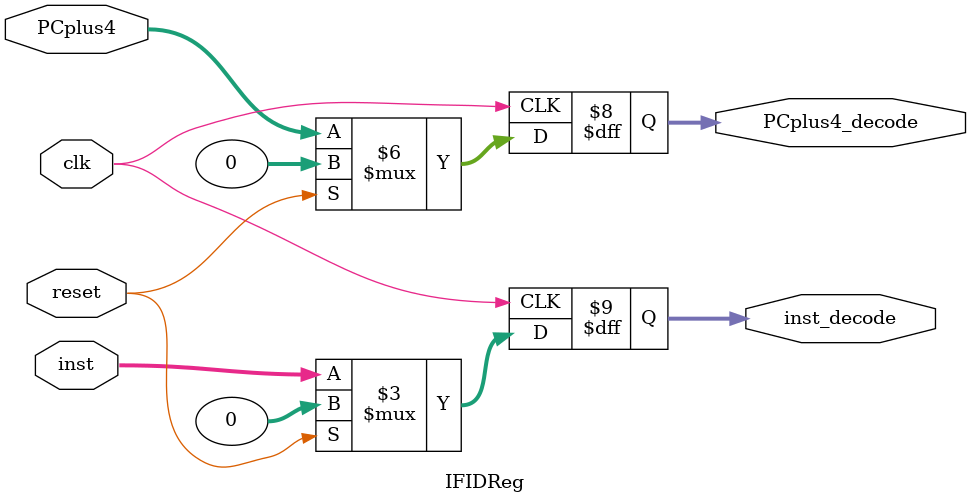
<source format=sv>
module IFIDReg
#(
	PC_SIZE = 32,
	INST_SIZE = 32
)
(
	input clk,
	input reset,
	input [PC_SIZE-1:0] PCplus4,
	input [INST_SIZE-1:0] inst,
	output [PC_SIZE-1:0] PCplus4_decode,
	output [INST_SIZE-1:0]inst_decode
);

always_ff @(posedge clk) begin
	if (reset) begin
		PCplus4_decode <= 0;
		inst_decode <= 0;
	end
	else begin
		PCplus4_decode <= PCplus4;
		inst_decode <= inst;
	end
end


endmodule

</source>
